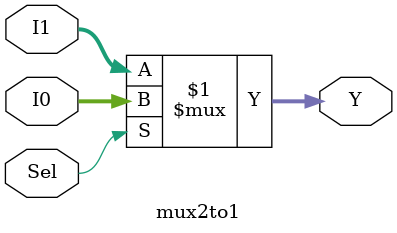
<source format=v>
module mux2to1(
    input wire [31:0] I0,
    input wire [31:0] I1,
    input wire Sel,
    output wire [31:0] Y
);

    assign Y = Sel ? I0 : I1;

endmodule
</source>
